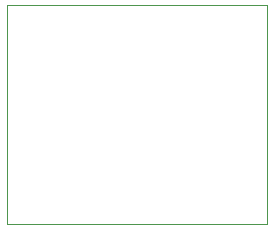
<source format=gko>
G04*
G04 #@! TF.GenerationSoftware,Altium Limited,Altium Designer,21.0.9 (235)*
G04*
G04 Layer_Color=16711935*
%FSTAX24Y24*%
%MOIN*%
G70*
G04*
G04 #@! TF.SameCoordinates,4053B660-B042-41B2-9039-F209D6E1977B*
G04*
G04*
G04 #@! TF.FilePolarity,Positive*
G04*
G01*
G75*
%ADD29C,0.0039*%
D29*
X034055Y036811D02*
X034449D01*
X034055Y029528D02*
Y036811D01*
Y029528D02*
X042717D01*
Y036811D01*
X042323D02*
X042717D01*
X034449D02*
X042323D01*
M02*

</source>
